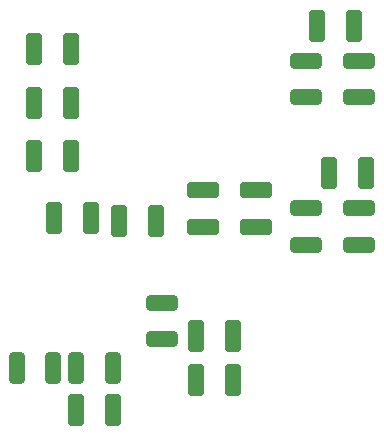
<source format=gbr>
%TF.GenerationSoftware,KiCad,Pcbnew,9.0.0*%
%TF.CreationDate,2025-04-28T14:21:01-07:00*%
%TF.ProjectId,GateDriver,47617465-4472-4697-9665-722e6b696361,rev?*%
%TF.SameCoordinates,Original*%
%TF.FileFunction,Paste,Bot*%
%TF.FilePolarity,Positive*%
%FSLAX46Y46*%
G04 Gerber Fmt 4.6, Leading zero omitted, Abs format (unit mm)*
G04 Created by KiCad (PCBNEW 9.0.0) date 2025-04-28 14:21:01*
%MOMM*%
%LPD*%
G01*
G04 APERTURE LIST*
G04 Aperture macros list*
%AMRoundRect*
0 Rectangle with rounded corners*
0 $1 Rounding radius*
0 $2 $3 $4 $5 $6 $7 $8 $9 X,Y pos of 4 corners*
0 Add a 4 corners polygon primitive as box body*
4,1,4,$2,$3,$4,$5,$6,$7,$8,$9,$2,$3,0*
0 Add four circle primitives for the rounded corners*
1,1,$1+$1,$2,$3*
1,1,$1+$1,$4,$5*
1,1,$1+$1,$6,$7*
1,1,$1+$1,$8,$9*
0 Add four rect primitives between the rounded corners*
20,1,$1+$1,$2,$3,$4,$5,0*
20,1,$1+$1,$4,$5,$6,$7,0*
20,1,$1+$1,$6,$7,$8,$9,0*
20,1,$1+$1,$8,$9,$2,$3,0*%
G04 Aperture macros list end*
%ADD10RoundRect,0.250000X0.412500X1.100000X-0.412500X1.100000X-0.412500X-1.100000X0.412500X-1.100000X0*%
%ADD11RoundRect,0.250000X-0.412500X-1.100000X0.412500X-1.100000X0.412500X1.100000X-0.412500X1.100000X0*%
%ADD12RoundRect,0.250000X-1.100000X0.412500X-1.100000X-0.412500X1.100000X-0.412500X1.100000X0.412500X0*%
%ADD13RoundRect,0.250000X-0.400000X-1.075000X0.400000X-1.075000X0.400000X1.075000X-0.400000X1.075000X0*%
%ADD14RoundRect,0.250000X0.400000X1.075000X-0.400000X1.075000X-0.400000X-1.075000X0.400000X-1.075000X0*%
%ADD15RoundRect,0.250000X-1.075000X0.400000X-1.075000X-0.400000X1.075000X-0.400000X1.075000X0.400000X0*%
%ADD16RoundRect,0.250000X1.075000X-0.400000X1.075000X0.400000X-1.075000X0.400000X-1.075000X-0.400000X0*%
G04 APERTURE END LIST*
D10*
%TO.C,C26*%
X149562500Y-97000000D03*
X146437500Y-97000000D03*
%TD*%
%TO.C,C63*%
X156812500Y-107000000D03*
X153687500Y-107000000D03*
%TD*%
D11*
%TO.C,C77*%
X150000000Y-123000000D03*
X153125000Y-123000000D03*
%TD*%
D12*
%TO.C,C88*%
X165250000Y-104437500D03*
X165250000Y-107562500D03*
%TD*%
D10*
%TO.C,C87*%
X163312500Y-116750000D03*
X160187500Y-116750000D03*
%TD*%
%TO.C,C27*%
X149562500Y-101500000D03*
X146437500Y-101500000D03*
%TD*%
D13*
%TO.C,R31*%
X150000000Y-119500000D03*
X153100000Y-119500000D03*
%TD*%
D14*
%TO.C,R23*%
X148100000Y-119500000D03*
X145000000Y-119500000D03*
%TD*%
D15*
%TO.C,R32*%
X157250000Y-113950000D03*
X157250000Y-117050000D03*
%TD*%
D12*
%TO.C,C23*%
X160750000Y-104437500D03*
X160750000Y-107562500D03*
%TD*%
D10*
%TO.C,C62*%
X149562500Y-92500000D03*
X146437500Y-92500000D03*
%TD*%
D16*
%TO.C,R43*%
X174000000Y-109050000D03*
X174000000Y-105950000D03*
%TD*%
%TO.C,R36*%
X169500000Y-96550000D03*
X169500000Y-93450000D03*
%TD*%
%TO.C,R37*%
X174000000Y-96550000D03*
X174000000Y-93450000D03*
%TD*%
%TO.C,R38*%
X169500000Y-109050000D03*
X169500000Y-105950000D03*
%TD*%
D10*
%TO.C,C61*%
X151312500Y-106750000D03*
X148187500Y-106750000D03*
%TD*%
%TO.C,C84*%
X173562500Y-90500000D03*
X170437500Y-90500000D03*
%TD*%
%TO.C,C22*%
X163312500Y-120500000D03*
X160187500Y-120500000D03*
%TD*%
%TO.C,C82*%
X174562500Y-103000000D03*
X171437500Y-103000000D03*
%TD*%
M02*

</source>
